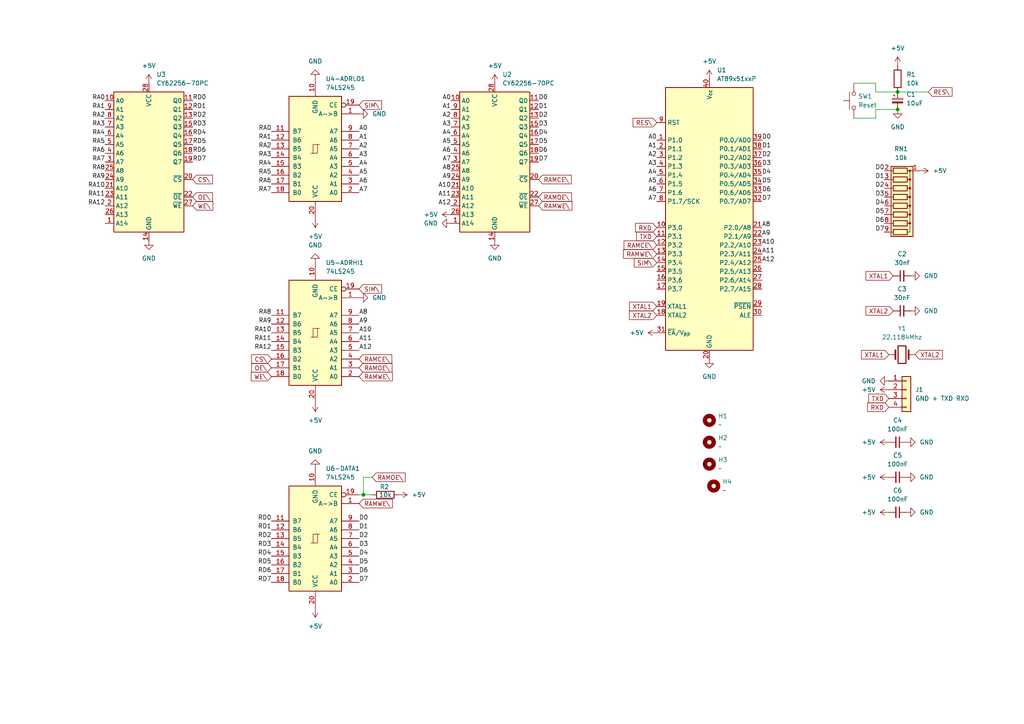
<source format=kicad_sch>
(kicad_sch (version 20231120) (generator "eeschema") (generator_version "8.0")
  (paper "A4")
  (lib_symbols
    (symbol "74xx:74LS245" (pin_names (offset 1.016))
      (property "Reference" "U" (at -7.62 16.51 0))
      (property "Value" "74LS245" (at -7.62 -16.51 0))
      (symbol "74LS245_1_0"
        (polyline (pts (xy -0.635 -1.27) (xy -0.635 1.27) (xy 0.635 1.27)))
        (polyline (pts (xy -1.27 -1.27) (xy 0.635 -1.27) (xy 0.635 1.27) (xy 1.27 1.27)))
        (pin input line (at -12.7 -10.16 0) (length 5.08) (name "A->B") (number "1"))
        (pin power_in line (at 0 -20.32 90) (length 5.08) (name "GND") (number "10"))
        (pin tri_state line (at 12.7 -5.08 180) (length 5.08) (name "B7") (number "11"))
        (pin tri_state line (at 12.7 -2.54 180) (length 5.08) (name "B6") (number "12"))
        (pin tri_state line (at 12.7 0 180) (length 5.08) (name "B5") (number "13"))
        (pin tri_state line (at 12.7 2.54 180) (length 5.08) (name "B4") (number "14"))
        (pin tri_state line (at 12.7 5.08 180) (length 5.08) (name "B3") (number "15"))
        (pin tri_state line (at 12.7 7.62 180) (length 5.08) (name "B2") (number "16"))
        (pin tri_state line (at 12.7 10.16 180) (length 5.08) (name "B1") (number "17"))
        (pin tri_state line (at 12.7 12.7 180) (length 5.08) (name "B0") (number "18"))
        (pin input inverted (at -12.7 -12.7 0) (length 5.08) (name "CE") (number "19"))
        (pin tri_state line (at -12.7 12.7 0) (length 5.08) (name "A0") (number "2"))
        (pin power_in line (at 0 20.32 270) (length 5.08) (name "VCC") (number "20"))
        (pin tri_state line (at -12.7 10.16 0) (length 5.08) (name "A1") (number "3"))
        (pin tri_state line (at -12.7 7.62 0) (length 5.08) (name "A2") (number "4"))
        (pin tri_state line (at -12.7 5.08 0) (length 5.08) (name "A3") (number "5"))
        (pin tri_state line (at -12.7 2.54 0) (length 5.08) (name "A4") (number "6"))
        (pin tri_state line (at -12.7 0 0) (length 5.08) (name "A5") (number "7"))
        (pin tri_state line (at -12.7 -2.54 0) (length 5.08) (name "A6") (number "8"))
        (pin tri_state line (at -12.7 -5.08 0) (length 5.08) (name "A7") (number "9"))
      )
      (symbol "74LS245_1_1"
        (rectangle (start -7.62 15.24) (end 7.62 -15.24) (stroke (width 0.254)) (fill (type background)))
      )
    )
    (symbol "Connector_Generic:Conn_01x04" (pin_names (offset 1.016) hide)
      (property "Reference" "J" (at 0 5.08 0))
      (property "Value" "Conn_01x04" (at 0 -7.62 0))
      (symbol "Conn_01x04_1_1"
        (rectangle (start -1.27 -4.953) (end 0 -5.207) (stroke (width 0.1524)))
        (rectangle (start -1.27 -2.413) (end 0 -2.667) (stroke (width 0.1524)))
        (rectangle (start -1.27 0.127) (end 0 -0.127) (stroke (width 0.1524)))
        (rectangle (start -1.27 2.667) (end 0 2.413) (stroke (width 0.1524)))
        (rectangle (start -1.27 3.81) (end 1.27 -6.35) (stroke (width 0.254)) (fill (type background)))
        (pin passive line (at -5.08 2.54 0) (length 3.81) (name "Pin_1") (number "1"))
        (pin passive line (at -5.08 0 0) (length 3.81) (name "Pin_2") (number "2"))
        (pin passive line (at -5.08 -2.54 0) (length 3.81) (name "Pin_3") (number "3"))
        (pin passive line (at -5.08 -5.08 0) (length 3.81) (name "Pin_4") (number "4"))
      )
    )
    (symbol "Device:C_Polarized_Small" (pin_numbers hide) (pin_names (offset 0.254) hide)
      (property "Reference" "C" (at 0.254 1.778 0))
      (property "Value" "C_Polarized_Small" (at 0.254 -2.032 0))
      (symbol "C_Polarized_Small_0_1"
        (rectangle (start -1.524 -0.3048) (end 1.524 -0.6858) (fill (type outline)))
        (rectangle (start -1.524 0.6858) (end 1.524 0.3048))
        (polyline (pts (xy -1.27 1.524) (xy -0.762 1.524)))
        (polyline (pts (xy -1.016 1.27) (xy -1.016 1.778)))
      )
      (symbol "C_Polarized_Small_1_1"
        (pin passive line (at 0 2.54 270) (length 1.8542) (name "~") (number "1"))
        (pin passive line (at 0 -2.54 90) (length 1.8542) (name "~") (number "2"))
      )
    )
    (symbol "Device:C_Small" (pin_numbers hide) (pin_names (offset 0.254) hide)
      (property "Reference" "C" (at 0.254 1.778 0))
      (property "Value" "C_Small" (at 0.254 -2.032 0))
      (symbol "C_Small_0_1"
        (polyline (pts (xy -1.524 -0.508) (xy 1.524 -0.508)) (stroke (width 0.3302)))
        (polyline (pts (xy -1.524 0.508) (xy 1.524 0.508)) (stroke (width 0.3048)))
      )
      (symbol "C_Small_1_1"
        (pin passive line (at 0 2.54 270) (length 2.032) (name "~") (number "1"))
        (pin passive line (at 0 -2.54 90) (length 2.032) (name "~") (number "2"))
      )
    )
    (symbol "Device:Crystal" (pin_numbers hide) (pin_names (offset 1.016) hide)
      (property "Reference" "Y" (at 0 3.81 0))
      (property "Value" "Crystal" (at 0 -3.81 0))
      (symbol "Crystal_0_1"
        (rectangle (start -1.143 2.54) (end 1.143 -2.54) (stroke (width 0.3048)))
        (polyline (pts (xy -2.54 0) (xy -1.905 0)))
        (polyline (pts (xy -1.905 -1.27) (xy -1.905 1.27)) (stroke (width 0.508)))
        (polyline (pts (xy 1.905 -1.27) (xy 1.905 1.27)) (stroke (width 0.508)))
        (polyline (pts (xy 2.54 0) (xy 1.905 0)))
      )
      (symbol "Crystal_1_1"
        (pin passive line (at -3.81 0 0) (length 1.27) (name "1") (number "1"))
        (pin passive line (at 3.81 0 180) (length 1.27) (name "2") (number "2"))
      )
    )
    (symbol "Device:R" (pin_numbers hide) (pin_names (offset 0))
      (property "Reference" "R" (at 2.032 0 90))
      (property "Value" "R" (at 0 0 90))
      (symbol "R_0_1"
        (rectangle (start -1.016 -2.54) (end 1.016 2.54) (stroke (width 0.254)))
      )
      (symbol "R_1_1"
        (pin passive line (at 0 3.81 270) (length 1.27) (name "~") (number "1"))
        (pin passive line (at 0 -3.81 90) (length 1.27) (name "~") (number "2"))
      )
    )
    (symbol "Device:R_Network08" (pin_names (offset 0) hide)
      (property "Reference" "RN" (at -12.7 0 90))
      (property "Value" "R_Network08" (at 10.16 0 90))
      (symbol "R_Network08_0_1"
        (rectangle (start -11.43 -3.175) (end 8.89 3.175) (stroke (width 0.254)) (fill (type background)))
        (rectangle (start -10.922 1.524) (end -9.398 -2.54) (stroke (width 0.254)))
        (circle (center -10.16 2.286) (radius 0.254) (fill (type outline)))
        (rectangle (start -8.382 1.524) (end -6.858 -2.54) (stroke (width 0.254)))
        (circle (center -7.62 2.286) (radius 0.254) (fill (type outline)))
        (rectangle (start -5.842 1.524) (end -4.318 -2.54) (stroke (width 0.254)))
        (circle (center -5.08 2.286) (radius 0.254) (fill (type outline)))
        (rectangle (start -3.302 1.524) (end -1.778 -2.54) (stroke (width 0.254)))
        (circle (center -2.54 2.286) (radius 0.254) (fill (type outline)))
        (rectangle (start -0.762 1.524) (end 0.762 -2.54) (stroke (width 0.254)))
        (polyline (pts (xy -10.16 -2.54) (xy -10.16 -3.81)))
        (polyline (pts (xy -7.62 -2.54) (xy -7.62 -3.81)))
        (polyline (pts (xy -5.08 -2.54) (xy -5.08 -3.81)))
        (polyline (pts (xy -2.54 -2.54) (xy -2.54 -3.81)))
        (polyline (pts (xy 0 -2.54) (xy 0 -3.81)))
        (polyline (pts (xy 2.54 -2.54) (xy 2.54 -3.81)))
        (polyline (pts (xy 5.08 -2.54) (xy 5.08 -3.81)))
        (polyline (pts (xy 7.62 -2.54) (xy 7.62 -3.81)))
        (polyline (pts (xy -10.16 1.524) (xy -10.16 2.286) (xy -7.62 2.286) (xy -7.62 1.524)))
        (polyline (pts (xy -7.62 1.524) (xy -7.62 2.286) (xy -5.08 2.286) (xy -5.08 1.524)))
        (polyline (pts (xy -5.08 1.524) (xy -5.08 2.286) (xy -2.54 2.286) (xy -2.54 1.524)))
        (polyline (pts (xy -2.54 1.524) (xy -2.54 2.286) (xy 0 2.286) (xy 0 1.524)))
        (polyline (pts (xy 0 1.524) (xy 0 2.286) (xy 2.54 2.286) (xy 2.54 1.524)))
        (polyline (pts (xy 2.54 1.524) (xy 2.54 2.286) (xy 5.08 2.286) (xy 5.08 1.524)))
        (polyline (pts (xy 5.08 1.524) (xy 5.08 2.286) (xy 7.62 2.286) (xy 7.62 1.524)))
        (circle (center 0 2.286) (radius 0.254) (fill (type outline)))
        (rectangle (start 1.778 1.524) (end 3.302 -2.54) (stroke (width 0.254)))
        (circle (center 2.54 2.286) (radius 0.254) (fill (type outline)))
        (rectangle (start 4.318 1.524) (end 5.842 -2.54) (stroke (width 0.254)))
        (circle (center 5.08 2.286) (radius 0.254) (fill (type outline)))
        (rectangle (start 6.858 1.524) (end 8.382 -2.54) (stroke (width 0.254)))
      )
      (symbol "R_Network08_1_1"
        (pin passive line (at -10.16 5.08 270) (length 2.54) (name "common") (number "1"))
        (pin passive line (at -10.16 -5.08 90) (length 1.27) (name "R1") (number "2"))
        (pin passive line (at -7.62 -5.08 90) (length 1.27) (name "R2") (number "3"))
        (pin passive line (at -5.08 -5.08 90) (length 1.27) (name "R3") (number "4"))
        (pin passive line (at -2.54 -5.08 90) (length 1.27) (name "R4") (number "5"))
        (pin passive line (at 0 -5.08 90) (length 1.27) (name "R5") (number "6"))
        (pin passive line (at 2.54 -5.08 90) (length 1.27) (name "R6") (number "7"))
        (pin passive line (at 5.08 -5.08 90) (length 1.27) (name "R7") (number "8"))
        (pin passive line (at 7.62 -5.08 90) (length 1.27) (name "R8") (number "9"))
      )
    )
    (symbol "MCU_Microchip_8051:AT89x51xxP"
      (property "Reference" "U" (at 0 0 0))
      (property "Value" "AT89x51xxP" (at 0 0 0))
      (symbol "AT89x51xxP_1_0"
        (pin bidirectional line (at -15.24 17.78 0) (length 2.54) (name "P1.2") (number "3"))
      )
      (symbol "AT89x51xxP_1_1"
        (polyline (pts (xy -12.7 38.1) (xy 12.7 38.1) (xy 12.7 -38.1) (xy -12.7 -38.1) (xy -12.7 38.1)) (stroke (width 0.254)) (fill (type background)))
        (pin bidirectional line (at -15.24 22.86 0) (length 2.54) (name "P1.0") (number "1"))
        (pin bidirectional line (at -15.24 -2.54 0) (length 2.54) (name "P3.0") (number "10"))
        (pin bidirectional line (at -15.24 -5.08 0) (length 2.54) (name "P3.1") (number "11"))
        (pin bidirectional line (at -15.24 -7.62 0) (length 2.54) (name "P3.2") (number "12"))
        (pin bidirectional line (at -15.24 -10.16 0) (length 2.54) (name "P3.3") (number "13"))
        (pin bidirectional line (at -15.24 -12.7 0) (length 2.54) (name "P3.4") (number "14"))
        (pin bidirectional line (at -15.24 -15.24 0) (length 2.54) (name "P3.5") (number "15"))
        (pin bidirectional line (at -15.24 -17.78 0) (length 2.54) (name "P3.6") (number "16"))
        (pin bidirectional line (at -15.24 -20.32 0) (length 2.54) (name "P3.7") (number "17"))
        (pin input line (at -15.24 -27.94 0) (length 2.54) (name "XTAL2") (number "18"))
        (pin input line (at -15.24 -25.4 0) (length 2.54) (name "XTAL1") (number "19"))
        (pin bidirectional line (at -15.24 20.32 0) (length 2.54) (name "P1.1") (number "2"))
        (pin power_in line (at 0 -40.64 90) (length 2.54) (name "GND") (number "20"))
        (pin bidirectional line (at 15.24 -2.54 180) (length 2.54) (name "P2.0/A8") (number "21"))
        (pin bidirectional line (at 15.24 -5.08 180) (length 2.54) (name "P2.1/A9") (number "22"))
        (pin bidirectional line (at 15.24 -7.62 180) (length 2.54) (name "P2.2/A10") (number "23"))
        (pin bidirectional line (at 15.24 -10.16 180) (length 2.54) (name "P2.3/A11") (number "24"))
        (pin bidirectional line (at 15.24 -12.7 180) (length 2.54) (name "P2.4/A12") (number "25"))
        (pin bidirectional line (at 15.24 -15.24 180) (length 2.54) (name "P2.5/A13") (number "26"))
        (pin bidirectional line (at 15.24 -17.78 180) (length 2.54) (name "P2.6/A14") (number "27"))
        (pin bidirectional line (at 15.24 -20.32 180) (length 2.54) (name "P2.7/A15") (number "28"))
        (pin output line (at 15.24 -25.4 180) (length 2.54) (name "~{PSEN}") (number "29"))
        (pin output line (at 15.24 -27.94 180) (length 2.54) (name "ALE") (number "30"))
        (pin input line (at -15.24 -33.02 0) (length 2.54) (name "~{EA}/V_{pp}") (number "31"))
        (pin bidirectional line (at 15.24 5.08 180) (length 2.54) (name "P0.7/AD7") (number "32"))
        (pin bidirectional line (at 15.24 7.62 180) (length 2.54) (name "P0.6/AD6") (number "33"))
        (pin bidirectional line (at 15.24 10.16 180) (length 2.54) (name "P0.5/AD5") (number "34"))
        (pin bidirectional line (at 15.24 12.7 180) (length 2.54) (name "P0.4/AD4") (number "35"))
        (pin bidirectional line (at 15.24 15.24 180) (length 2.54) (name "P0.3/AD3") (number "36"))
        (pin bidirectional line (at 15.24 17.78 180) (length 2.54) (name "P0.2/AD2") (number "37"))
        (pin bidirectional line (at 15.24 20.32 180) (length 2.54) (name "P0.1/AD1") (number "38"))
        (pin bidirectional line (at 15.24 22.86 180) (length 2.54) (name "P0.0/AD0") (number "39"))
        (pin bidirectional line (at -15.24 15.24 0) (length 2.54) (name "P1.3") (number "4"))
        (pin power_in line (at 0 40.64 270) (length 2.54) (name "V_{cc}") (number "40"))
        (pin bidirectional line (at -15.24 12.7 0) (length 2.54) (name "P1.4") (number "5"))
        (pin bidirectional line (at -15.24 10.16 0) (length 2.54) (name "P1.5") (number "6"))
        (pin bidirectional line (at -15.24 7.62 0) (length 2.54) (name "P1.6") (number "7"))
        (pin bidirectional line (at -15.24 5.08 0) (length 2.54) (name "P1.7/SCK") (number "8"))
        (pin input line (at -15.24 27.94 0) (length 2.54) (name "RST") (number "9"))
      )
    )
    (symbol "Mechanical:MountingHole" (pin_names (offset 1.016)) (exclude_from_sim yes) (in_bom no)
      (property "Reference" "H" (at 0 5.08 0))
      (property "Value" "MountingHole" (at 0 3.175 0))
      (symbol "MountingHole_0_1"
        (circle (center 0 0) (radius 1.27) (stroke (width 1.27)))
      )
    )
    (symbol "Memory_RAM:CY62256-70PC"
      (property "Reference" "U" (at -10.16 20.955 0))
      (property "Value" "CY62256-70PC" (at 2.54 20.955 0))
      (symbol "CY62256-70PC_0_0"
        (pin power_in line (at 0 -22.86 90) (length 2.54) (name "GND") (number "14"))
        (pin power_in line (at 0 22.86 270) (length 2.54) (name "VCC") (number "28"))
      )
      (symbol "CY62256-70PC_0_1"
        (rectangle (start -10.16 20.32) (end 10.16 -20.32) (stroke (width 0.254)) (fill (type background)))
      )
      (symbol "CY62256-70PC_1_1"
        (pin input line (at -12.7 -17.78 0) (length 2.54) (name "A14") (number "1"))
        (pin input line (at -12.7 17.78 0) (length 2.54) (name "A0") (number "10"))
        (pin tri_state line (at 12.7 17.78 180) (length 2.54) (name "Q0") (number "11"))
        (pin tri_state line (at 12.7 15.24 180) (length 2.54) (name "Q1") (number "12"))
        (pin tri_state line (at 12.7 12.7 180) (length 2.54) (name "Q2") (number "13"))
        (pin tri_state line (at 12.7 10.16 180) (length 2.54) (name "Q3") (number "15"))
        (pin tri_state line (at 12.7 7.62 180) (length 2.54) (name "Q4") (number "16"))
        (pin tri_state line (at 12.7 5.08 180) (length 2.54) (name "Q5") (number "17"))
        (pin tri_state line (at 12.7 2.54 180) (length 2.54) (name "Q6") (number "18"))
        (pin tri_state line (at 12.7 0 180) (length 2.54) (name "Q7") (number "19"))
        (pin input line (at -12.7 -12.7 0) (length 2.54) (name "A12") (number "2"))
        (pin input line (at 12.7 -5.08 180) (length 2.54) (name "~{CS}") (number "20"))
        (pin input line (at -12.7 -7.62 0) (length 2.54) (name "A10") (number "21"))
        (pin input line (at 12.7 -10.16 180) (length 2.54) (name "~{OE}") (number "22"))
        (pin input line (at -12.7 -10.16 0) (length 2.54) (name "A11") (number "23"))
        (pin input line (at -12.7 -5.08 0) (length 2.54) (name "A9") (number "24"))
        (pin input line (at -12.7 -2.54 0) (length 2.54) (name "A8") (number "25"))
        (pin input line (at -12.7 -15.24 0) (length 2.54) (name "A13") (number "26"))
        (pin input line (at 12.7 -12.7 180) (length 2.54) (name "~{WE}") (number "27"))
        (pin input line (at -12.7 0 0) (length 2.54) (name "A7") (number "3"))
        (pin input line (at -12.7 2.54 0) (length 2.54) (name "A6") (number "4"))
        (pin input line (at -12.7 5.08 0) (length 2.54) (name "A5") (number "5"))
        (pin input line (at -12.7 7.62 0) (length 2.54) (name "A4") (number "6"))
        (pin input line (at -12.7 10.16 0) (length 2.54) (name "A3") (number "7"))
        (pin input line (at -12.7 12.7 0) (length 2.54) (name "A2") (number "8"))
        (pin input line (at -12.7 15.24 0) (length 2.54) (name "A1") (number "9"))
      )
    )
    (symbol "Switch:SW_Push" (pin_numbers hide) (pin_names (offset 1.016) hide)
      (property "Reference" "SW" (at 1.27 2.54 0))
      (property "Value" "SW_Push" (at 0 -1.524 0))
      (symbol "SW_Push_0_1"
        (circle (center -2.032 0) (radius 0.508))
        (polyline (pts (xy 0 1.27) (xy 0 3.048)))
        (polyline (pts (xy 2.54 1.27) (xy -2.54 1.27)))
        (circle (center 2.032 0) (radius 0.508))
        (pin passive line (at -5.08 0 0) (length 2.54) (name "1") (number "1"))
        (pin passive line (at 5.08 0 180) (length 2.54) (name "2") (number "2"))
      )
    )
    (symbol "power:+5V" (power) (pin_numbers hide) (pin_names (offset 0) hide)
      (property "Value" "+5V" (at 0 3.556 0))
      (symbol "+5V_0_1"
        (polyline (pts (xy -0.762 1.27) (xy 0 2.54)))
        (polyline (pts (xy 0 0) (xy 0 2.54)))
        (polyline (pts (xy 0 2.54) (xy 0.762 1.27)))
      )
      (symbol "+5V_1_1"
        (pin power_in line (at 0 0 90) (length 0) (name "~") (number "1"))
      )
    )
    (symbol "power:GND" (power) (pin_numbers hide) (pin_names (offset 0) hide)
      (property "Value" "GND" (at 0 -3.81 0))
      (symbol "GND_0_1"
        (polyline (pts (xy 0 0) (xy 0 -1.27) (xy 1.27 -1.27) (xy 0 -2.54) (xy -1.27 -1.27) (xy 0 -1.27)))
      )
      (symbol "GND_1_1"
        (pin power_in line (at 0 0 270) (length 0) (name "~") (number "1"))
      )
    )
  )
  (junction (at 260.35 31.75))
  (junction (at 260.35 26.67))
  (junction (at 105.41 143.51))
  (wire (pts (xy 254 34.29) (xy 247.65 34.29)))
  (wire (pts (xy 260.35 26.67) (xy 269.24 26.67)))
  (wire (pts (xy 105.41 138.43) (xy 107.95 138.43)))
  (wire (pts (xy 260.35 31.75) (xy 254 31.75)))
  (wire (pts (xy 260.35 26.67) (xy 254 26.67)))
  (wire (pts (xy 105.41 143.51) (xy 107.95 143.51)))
  (wire (pts (xy 254 31.75) (xy 254 34.29)))
  (wire (pts (xy 105.41 143.51) (xy 105.41 138.43)))
  (wire (pts (xy 104.14 143.51) (xy 105.41 143.51)))
  (wire (pts (xy 254 26.67) (xy 254 24.13)))
  (wire (pts (xy 254 24.13) (xy 247.65 24.13)))
  (label "A10" (at 104.14 96.52 0))
  (label "D0" (at 220.98 40.64 0))
  (label "D1" (at 104.14 153.67 0))
  (label "RA6" (at 78.74 53.34 180))
  (label "A9" (at 104.14 93.98 0))
  (label "RA3" (at 78.74 45.72 180))
  (label "A7" (at 130.81 46.99 180))
  (label "RA5" (at 78.74 50.8 180))
  (label "A9" (at 220.98 68.58 0))
  (label "A11" (at 104.14 99.06 0))
  (label "RA9" (at 78.74 93.98 180))
  (label "A11" (at 130.81 57.15 180))
  (label "D2" (at 256.54 54.61 180))
  (label "RA2" (at 30.48 34.29 180))
  (label "A8" (at 104.14 91.44 0))
  (label "A4" (at 130.81 39.37 180))
  (label "A8" (at 130.81 49.53 180))
  (label "A3" (at 190.5 48.26 180))
  (label "RA12" (at 78.74 101.6 180))
  (label "RA7" (at 30.48 46.99 180))
  (label "D4" (at 220.98 50.8 0))
  (label "A8" (at 220.98 66.04 0))
  (label "RA4" (at 78.74 48.26 180))
  (label "A5" (at 130.81 41.91 180))
  (label "RA1" (at 30.48 31.75 180))
  (label "A4" (at 104.14 48.26 0))
  (label "RA10" (at 30.48 54.61 180))
  (label "D5" (at 104.14 163.83 0))
  (label "RA9" (at 30.48 52.07 180))
  (label "D3" (at 256.54 57.15 180))
  (label "D0" (at 156.21 29.21 0))
  (label "RD4" (at 78.74 161.29 180))
  (label "A5" (at 190.5 53.34 180))
  (label "RD7" (at 78.74 168.91 180))
  (label "RA2" (at 78.74 43.18 180))
  (label "RA0" (at 78.74 38.1 180))
  (label "A3" (at 130.81 36.83 180))
  (label "RA4" (at 30.48 39.37 180))
  (label "RD1" (at 55.88 31.75 0))
  (label "RA6" (at 30.48 44.45 180))
  (label "A7" (at 104.14 55.88 0))
  (label "D6" (at 256.54 64.77 180))
  (label "D7" (at 156.21 46.99 0))
  (label "D3" (at 220.98 48.26 0))
  (label "RD4" (at 55.88 39.37 0))
  (label "RA11" (at 78.74 99.06 180))
  (label "D7" (at 104.14 168.91 0))
  (label "A10" (at 220.98 71.12 0))
  (label "RA12" (at 30.48 59.69 180))
  (label "A3" (at 104.14 45.72 0))
  (label "RD1" (at 78.74 153.67 180))
  (label "D2" (at 104.14 156.21 0))
  (label "RD2" (at 55.88 34.29 0))
  (label "RD6" (at 78.74 166.37 180))
  (label "D4" (at 256.54 59.69 180))
  (label "A2" (at 190.5 45.72 180))
  (label "D0" (at 256.54 49.53 180))
  (label "D6" (at 220.98 55.88 0))
  (label "RD5" (at 55.88 41.91 0))
  (label "RD0" (at 78.74 151.13 180))
  (label "A12" (at 220.98 76.2 0))
  (label "RD0" (at 55.88 29.21 0))
  (label "D4" (at 104.14 161.29 0))
  (label "D3" (at 156.21 36.83 0))
  (label "D2" (at 156.21 34.29 0))
  (label "D3" (at 104.14 158.75 0))
  (label "A0" (at 190.5 40.64 180))
  (label "RD3" (at 78.74 158.75 180))
  (label "A2" (at 104.14 43.18 0))
  (label "A1" (at 130.81 31.75 180))
  (label "A6" (at 130.81 44.45 180))
  (label "D5" (at 220.98 53.34 0))
  (label "A12" (at 104.14 101.6 0))
  (label "A12" (at 130.81 59.69 180))
  (label "RA7" (at 78.74 55.88 180))
  (label "D2" (at 220.98 45.72 0))
  (label "D1" (at 256.54 52.07 180))
  (label "A5" (at 104.14 50.8 0))
  (label "A2" (at 130.81 34.29 180))
  (label "D0" (at 104.14 151.13 0))
  (label "A7" (at 190.5 58.42 180))
  (label "RA10" (at 78.74 96.52 180))
  (label "RA0" (at 30.48 29.21 180))
  (label "D1" (at 156.21 31.75 0))
  (label "A1" (at 190.5 43.18 180))
  (label "RA1" (at 78.74 40.64 180))
  (label "D5" (at 156.21 41.91 0))
  (label "A9" (at 130.81 52.07 180))
  (label "D5" (at 256.54 62.23 180))
  (label "RD7" (at 55.88 46.99 0))
  (label "A11" (at 220.98 73.66 0))
  (label "RA3" (at 30.48 36.83 180))
  (label "D4" (at 156.21 39.37 0))
  (label "RA8" (at 30.48 49.53 180))
  (label "A6" (at 190.5 55.88 180))
  (label "A0" (at 130.81 29.21 180))
  (label "RA11" (at 30.48 57.15 180))
  (label "RD3" (at 55.88 36.83 0))
  (label "D1" (at 220.98 43.18 0))
  (label "RD6" (at 55.88 44.45 0))
  (label "A1" (at 104.14 40.64 0))
  (label "D6" (at 156.21 44.45 0))
  (label "D7" (at 220.98 58.42 0))
  (label "D7" (at 256.54 67.31 180))
  (label "A4" (at 190.5 50.8 180))
  (label "A10" (at 130.81 54.61 180))
  (label "A6" (at 104.14 53.34 0))
  (label "A0" (at 104.14 38.1 0))
  (label "D6" (at 104.14 166.37 0))
  (label "RD2" (at 78.74 156.21 180))
  (label "RA5" (at 30.48 41.91 180))
  (label "RD5" (at 78.74 163.83 180))
  (label "RA8" (at 78.74 91.44 180))
  (global_label "OE\\" (shape input) (at 55.88 57.15 0) (property "Intersheetrefs" "${INTERSHEET_REFS}" (effects (hide yes))))
  (global_label "XTAL2" (shape input) (at 190.5 91.44 180) (property "Intersheetrefs" "${INTERSHEET_REFS}" (effects (hide yes))))
  (global_label "RAMWE\\" (shape input) (at 104.14 146.05 0) (property "Intersheetrefs" "${INTERSHEET_REFS}" (effects (hide yes))))
  (global_label "RXD" (shape input) (at 257.81 118.11 180) (property "Intersheetrefs" "${INTERSHEET_REFS}" (effects (hide yes))))
  (global_label "SIM\\" (shape input) (at 104.14 30.48 0) (property "Intersheetrefs" "${INTERSHEET_REFS}" (effects (hide yes))))
  (global_label "CS\\" (shape input) (at 78.74 104.14 180) (property "Intersheetrefs" "${INTERSHEET_REFS}" (effects (hide yes))))
  (global_label "XTAL1" (shape input) (at 190.5 88.9 180) (property "Intersheetrefs" "${INTERSHEET_REFS}" (effects (hide yes))))
  (global_label "OE\\" (shape input) (at 78.74 106.68 180) (property "Intersheetrefs" "${INTERSHEET_REFS}" (effects (hide yes))))
  (global_label "RES\\" (shape input) (at 269.24 26.67 0) (property "Intersheetrefs" "${INTERSHEET_REFS}" (effects (hide yes))))
  (global_label "TXD" (shape input) (at 190.5 68.58 180) (property "Intersheetrefs" "${INTERSHEET_REFS}" (effects (hide yes))))
  (global_label "RAMCE\\" (shape input) (at 156.21 52.07 0) (property "Intersheetrefs" "${INTERSHEET_REFS}" (effects (hide yes))))
  (global_label "TXD" (shape input) (at 257.81 115.57 180) (property "Intersheetrefs" "${INTERSHEET_REFS}" (effects (hide yes))))
  (global_label "SIM\\" (shape input) (at 190.5 76.2 180) (property "Intersheetrefs" "${INTERSHEET_REFS}" (effects (hide yes))))
  (global_label "XTAL2" (shape input) (at 265.43 102.87 0) (property "Intersheetrefs" "${INTERSHEET_REFS}" (effects (hide yes))))
  (global_label "RAMWE\\" (shape input) (at 190.5 73.66 180) (property "Intersheetrefs" "${INTERSHEET_REFS}" (effects (hide yes))))
  (global_label "RAMWE\\" (shape input) (at 156.21 59.69 0) (property "Intersheetrefs" "${INTERSHEET_REFS}" (effects (hide yes))))
  (global_label "XTAL2" (shape input) (at 259.08 90.17 180) (property "Intersheetrefs" "${INTERSHEET_REFS}" (effects (hide yes))))
  (global_label "XTAL1" (shape input) (at 259.08 80.01 180) (property "Intersheetrefs" "${INTERSHEET_REFS}" (effects (hide yes))))
  (global_label "XTAL1" (shape input) (at 257.81 102.87 180) (property "Intersheetrefs" "${INTERSHEET_REFS}" (effects (hide yes))))
  (global_label "RAMOE\\" (shape input) (at 156.21 57.15 0) (property "Intersheetrefs" "${INTERSHEET_REFS}" (effects (hide yes))))
  (global_label "RES\\" (shape input) (at 190.5 35.56 180) (property "Intersheetrefs" "${INTERSHEET_REFS}" (effects (hide yes))))
  (global_label "WE\\" (shape input) (at 55.88 59.69 0) (property "Intersheetrefs" "${INTERSHEET_REFS}" (effects (hide yes))))
  (global_label "RXD" (shape input) (at 190.5 66.04 180) (property "Intersheetrefs" "${INTERSHEET_REFS}" (effects (hide yes))))
  (global_label "WE\\" (shape input) (at 78.74 109.22 180) (property "Intersheetrefs" "${INTERSHEET_REFS}" (effects (hide yes))))
  (global_label "RAMOE\\" (shape input) (at 104.14 106.68 0) (property "Intersheetrefs" "${INTERSHEET_REFS}" (effects (hide yes))))
  (global_label "RAMOE\\" (shape input) (at 107.95 138.43 0) (property "Intersheetrefs" "${INTERSHEET_REFS}" (effects (hide yes))))
  (global_label "RAMWE\\" (shape input) (at 104.14 109.22 0) (property "Intersheetrefs" "${INTERSHEET_REFS}" (effects (hide yes))))
  (global_label "CS\\" (shape input) (at 55.88 52.07 0) (property "Intersheetrefs" "${INTERSHEET_REFS}" (effects (hide yes))))
  (global_label "RAMCE\\" (shape input) (at 190.5 71.12 180) (property "Intersheetrefs" "${INTERSHEET_REFS}" (effects (hide yes))))
  (global_label "SIM\\" (shape input) (at 104.14 83.82 0) (property "Intersheetrefs" "${INTERSHEET_REFS}" (effects (hide yes))))
  (global_label "RAMCE\\" (shape input) (at 104.14 104.14 0) (property "Intersheetrefs" "${INTERSHEET_REFS}" (effects (hide yes))))
  (symbol (lib_id "power:GND") (at 91.44 22.86 180) (unit 1)
    (property "Reference" "#PWR020" (effects (hide yes)))
    (property "Value" "GND" (at 91.44 17.78 0))
    (property "Description" "Power symbol creates a global label with name \"GND\" , ground" (effects (hide yes)))
  )
  (symbol (lib_id "power:+5V") (at 266.7 49.53 270) (unit 1)
    (property "Reference" "#PWR04" (effects (hide yes)))
    (property "Value" "+5V" (at 270.51 49.5299 90) (effects (justify left)))
    (property "Description" "Power symbol creates a global label with name \"+5V\"" (effects (hide yes)))
  )
  (symbol (lib_id "Device:C_Small") (at 260.35 128.27 270) (unit 1)
    (property "Reference" "C4" (at 260.3436 121.92 90))
    (property "Value" "100nF" (at 260.3436 124.46 90))
    (property "Footprint" "Capacitor_THT:C_Disc_D5.0mm_W2.5mm_P5.00mm" (effects (hide yes)))
    (property "Description" "Unpolarized capacitor, small symbol" (effects (hide yes)))
  )
  (symbol (lib_id "Mechanical:MountingHole") (at 205.74 128.27 0) (unit 1) (exclude_from_sim yes) (in_bom no)
    (property "Reference" "H2" (at 208.28 126.9999 0) (effects (justify left)))
    (property "Value" "~" (at 208.28 129.5399 0) (effects (justify left)))
    (property "Footprint" "MountingHole:MountingHole_5.3mm_M5_DIN965" (effects (hide yes)))
    (property "Description" "Mounting Hole without connection" (effects (hide yes)))
  )
  (symbol (lib_id "Device:C_Polarized_Small") (at 260.35 29.21 0) (unit 1)
    (property "Reference" "C1" (at 262.89 27.3938 0) (effects (justify left)))
    (property "Value" "10uF" (at 262.89 29.9338 0) (effects (justify left)))
    (property "Footprint" "Capacitor_THT:CP_Radial_D5.0mm_P2.50mm" (effects (hide yes)))
    (property "Description" "Polarized capacitor, small symbol" (effects (hide yes)))
  )
  (symbol (lib_id "74xx:74LS245") (at 91.44 43.18 180) (unit 1)
    (property "Reference" "U4-ADRLO1" (at 94.4565 22.86 0) (effects (justify right)))
    (property "Value" "74LS245" (at 94.4565 25.4 0) (effects (justify right)))
    (property "Footprint" "Package_DIP:DIP-20_W7.62mm_LongPads" (effects (hide yes)))
    (property "Datasheet" "http://www.ti.com/lit/gpn/sn74LS245" (effects (hide yes)))
    (property "Description" "Octal BUS Transceivers, 3-State outputs" (effects (hide yes)))
  )
  (symbol (lib_id "power:GND") (at 91.44 76.2 180) (unit 1)
    (property "Reference" "#PWR021" (effects (hide yes)))
    (property "Value" "GND" (at 91.44 71.12 0))
    (property "Description" "Power symbol creates a global label with name \"GND\" , ground" (effects (hide yes)))
  )
  (symbol (lib_id "74xx:74LS245") (at 91.44 156.21 180) (unit 1)
    (property "Reference" "U6-DATA1" (at 94.4565 135.89 0) (effects (justify right)))
    (property "Value" "74LS245" (at 94.4565 138.43 0) (effects (justify right)))
    (property "Footprint" "Package_DIP:DIP-20_W7.62mm_LongPads" (effects (hide yes)))
    (property "Datasheet" "http://www.ti.com/lit/gpn/sn74LS245" (effects (hide yes)))
    (property "Description" "Octal BUS Transceivers, 3-State outputs" (effects (hide yes)))
  )
  (symbol (lib_id "power:+5V") (at 115.57 143.51 270) (unit 1)
    (property "Reference" "#PWR017" (effects (hide yes)))
    (property "Value" "+5V" (at 119.38 143.5099 90) (effects (justify left)))
    (property "Description" "Power symbol creates a global label with name \"+5V\"" (effects (hide yes)))
  )
  (symbol (lib_id "power:+5V") (at 143.51 24.13 0) (unit 1)
    (property "Reference" "#PWR011" (effects (hide yes)))
    (property "Value" "+5V" (at 143.51 19.05 0))
    (property "Description" "Power symbol creates a global label with name \"+5V\"" (effects (hide yes)))
  )
  (symbol (lib_id "power:+5V") (at 91.44 176.53 180) (unit 1)
    (property "Reference" "#PWR023" (effects (hide yes)))
    (property "Value" "+5V" (at 91.44 181.61 0))
    (property "Description" "Power symbol creates a global label with name \"+5V\"" (effects (hide yes)))
  )
  (symbol (lib_id "power:+5V") (at 260.35 19.05 0) (unit 1)
    (property "Reference" "#PWR06" (effects (hide yes)))
    (property "Value" "+5V" (at 260.35 13.97 0))
    (property "Description" "Power symbol creates a global label with name \"+5V\"" (effects (hide yes)))
  )
  (symbol (lib_id "power:+5V") (at 205.74 22.86 0) (unit 1)
    (property "Reference" "#PWR02" (effects (hide yes)))
    (property "Value" "+5V" (at 205.74 17.78 0))
    (property "Description" "Power symbol creates a global label with name \"+5V\"" (effects (hide yes)))
  )
  (symbol (lib_id "power:GND") (at 104.14 33.02 90) (unit 1)
    (property "Reference" "#PWR024" (effects (hide yes)))
    (property "Value" "GND" (at 107.95 33.0199 90) (effects (justify right)))
    (property "Description" "Power symbol creates a global label with name \"GND\" , ground" (effects (hide yes)))
  )
  (symbol (lib_id "power:+5V") (at 190.5 96.52 90) (unit 1)
    (property "Reference" "#PWR03" (effects (hide yes)))
    (property "Value" "+5V" (at 186.69 96.5199 90) (effects (justify left)))
    (property "Description" "Power symbol creates a global label with name \"+5V\"" (effects (hide yes)))
  )
  (symbol (lib_id "power:+5V") (at 257.81 128.27 90) (unit 1)
    (property "Reference" "#PWR026" (effects (hide yes)))
    (property "Value" "+5V" (at 254 128.2699 90) (effects (justify left)))
    (property "Description" "Power symbol creates a global label with name \"+5V\"" (effects (hide yes)))
  )
  (symbol (lib_id "Switch:SW_Push") (at 247.65 29.21 90) (unit 1)
    (property "Reference" "SW1" (at 248.92 27.9399 90) (effects (justify right)))
    (property "Value" "Reset" (at 248.92 30.4799 90) (effects (justify right)))
    (property "Footprint" "Button_Switch_THT:SW_PUSH_6mm" (effects (hide yes)))
    (property "Description" "Push button switch, generic, two pins" (effects (hide yes)))
  )
  (symbol (lib_id "power:GND") (at 104.14 86.36 90) (unit 1)
    (property "Reference" "#PWR025" (effects (hide yes)))
    (property "Value" "GND" (at 107.95 86.3599 90) (effects (justify right)))
    (property "Description" "Power symbol creates a global label with name \"GND\" , ground" (effects (hide yes)))
  )
  (symbol (lib_id "power:+5V") (at 43.18 24.13 0) (unit 1)
    (property "Reference" "#PWR016" (effects (hide yes)))
    (property "Value" "+5V" (at 43.18 19.05 0))
    (property "Description" "Power symbol creates a global label with name \"+5V\"" (effects (hide yes)))
  )
  (symbol (lib_id "Device:R_Network08") (at 261.62 59.69 270) (unit 1)
    (property "Reference" "RN1" (at 261.366 43.18 90))
    (property "Value" "10k" (at 261.366 45.72 90))
    (property "Footprint" "Resistor_THT:R_Array_SIP9" (effects (hide yes)))
    (property "Datasheet" "http://www.vishay.com/docs/31509/csc.pdf" (effects (hide yes)))
    (property "Description" "8 resistor network, star topology, bussed resistors, small symbol" (effects (hide yes)))
  )
  (symbol (lib_id "Mechanical:MountingHole") (at 205.74 121.92 0) (unit 1) (exclude_from_sim yes) (in_bom no)
    (property "Reference" "H1" (at 208.28 120.6499 0) (effects (justify left)))
    (property "Value" "~" (at 208.28 123.1899 0) (effects (justify left)))
    (property "Footprint" "MountingHole:MountingHole_5.3mm_M5_DIN965" (effects (hide yes)))
    (property "Description" "Mounting Hole without connection" (effects (hide yes)))
  )
  (symbol (lib_id "power:GND") (at 264.16 90.17 90) (unit 1)
    (property "Reference" "#PWR08" (effects (hide yes)))
    (property "Value" "GND" (at 267.97 90.1699 90) (effects (justify right)))
    (property "Description" "Power symbol creates a global label with name \"GND\" , ground" (effects (hide yes)))
  )
  (symbol (lib_id "power:GND") (at 262.89 148.59 90) (unit 1)
    (property "Reference" "#PWR031" (effects (hide yes)))
    (property "Value" "GND" (at 266.7 148.5899 90) (effects (justify right)))
    (property "Description" "Power symbol creates a global label with name \"GND\" , ground" (effects (hide yes)))
  )
  (symbol (lib_id "power:GND") (at 257.81 110.49 270) (unit 1)
    (property "Reference" "#PWR013" (effects (hide yes)))
    (property "Value" "GND" (at 254 110.4899 90) (effects (justify right)))
    (property "Description" "Power symbol creates a global label with name \"GND\" , ground" (effects (hide yes)))
  )
  (symbol (lib_id "power:GND") (at 262.89 128.27 90) (unit 1)
    (property "Reference" "#PWR027" (effects (hide yes)))
    (property "Value" "GND" (at 266.7 128.2699 90) (effects (justify right)))
    (property "Description" "Power symbol creates a global label with name \"GND\" , ground" (effects (hide yes)))
  )
  (symbol (lib_id "Connector_Generic:Conn_01x04") (at 262.89 113.03 0) (unit 1)
    (property "Reference" "J1" (at 265.43 113.0299 0) (effects (justify left)))
    (property "Value" "GND + TXD RXD" (at 265.43 115.5699 0) (effects (justify left)))
    (property "Footprint" "Connector_PinHeader_2.54mm:PinHeader_1x04_P2.54mm_Vertical" (effects (hide yes)))
    (property "Description" "Generic connector, single row, 01x04, script generated (kicad-library-utils/schlib/autogen/connector/)" (effects (hide yes)))
  )
  (symbol (lib_id "Device:R") (at 260.35 22.86 0) (unit 1)
    (property "Reference" "R1" (at 262.89 21.5899 0) (effects (justify left)))
    (property "Value" "10k" (at 262.89 24.1299 0) (effects (justify left)))
    (property "Footprint" "Resistor_THT:R_Axial_DIN0204_L3.6mm_D1.6mm_P7.62mm_Horizontal" (effects (hide yes)))
    (property "Description" "Resistor" (effects (hide yes)))
  )
  (symbol (lib_id "Mechanical:MountingHole") (at 207.01 140.97 0) (unit 1) (exclude_from_sim yes) (in_bom no)
    (property "Reference" "H4" (at 209.55 139.6999 0) (effects (justify left)))
    (property "Value" "~" (at 209.55 142.2399 0) (effects (justify left)))
    (property "Footprint" "MountingHole:MountingHole_5.3mm_M5_DIN965" (effects (hide yes)))
    (property "Description" "Mounting Hole without connection" (effects (hide yes)))
  )
  (symbol (lib_id "Memory_RAM:CY62256-70PC") (at 43.18 46.99 0) (unit 1)
    (property "Reference" "U3" (at 45.3741 21.59 0) (effects (justify left)))
    (property "Value" "CY62256-70PC" (at 45.3741 24.13 0) (effects (justify left)))
    (property "Footprint" "Package_DIP:DIP-28_W15.24mm" (effects (hide yes)))
    (property "Datasheet" "https://ecee.colorado.edu/~mcclurel/Cypress_SRAM_CY62256.pdf" (effects (hide yes)))
    (property "Description" "256K (32K x 8) Static RAM, 70ns, DIP-28" (effects (hide yes)))
  )
  (symbol (lib_id "74xx:74LS245") (at 91.44 96.52 180) (unit 1)
    (property "Reference" "U5-ADRHI1" (at 94.4565 76.2 0) (effects (justify right)))
    (property "Value" "74LS245" (at 94.4565 78.74 0) (effects (justify right)))
    (property "Footprint" "Package_DIP:DIP-20_W7.62mm_LongPads" (effects (hide yes)))
    (property "Datasheet" "http://www.ti.com/lit/gpn/sn74LS245" (effects (hide yes)))
    (property "Description" "Octal BUS Transceivers, 3-State outputs" (effects (hide yes)))
  )
  (symbol (lib_id "power:GND") (at 143.51 69.85 0) (unit 1)
    (property "Reference" "#PWR012" (effects (hide yes)))
    (property "Value" "GND" (at 143.51 74.93 0))
    (property "Description" "Power symbol creates a global label with name \"GND\" , ground" (effects (hide yes)))
  )
  (symbol (lib_id "power:+5V") (at 257.81 113.03 90) (unit 1)
    (property "Reference" "#PWR014" (effects (hide yes)))
    (property "Value" "+5V" (at 254 113.0299 90) (effects (justify left)))
    (property "Description" "Power symbol creates a global label with name \"+5V\"" (effects (hide yes)))
  )
  (symbol (lib_id "power:GND") (at 260.35 31.75 0) (unit 1)
    (property "Reference" "#PWR05" (effects (hide yes)))
    (property "Value" "GND" (at 260.35 36.83 0))
    (property "Description" "Power symbol creates a global label with name \"GND\" , ground" (effects (hide yes)))
  )
  (symbol (lib_id "Device:C_Small") (at 260.35 148.59 270) (unit 1)
    (property "Reference" "C6" (at 260.3436 142.24 90))
    (property "Value" "100nF" (at 260.3436 144.78 90))
    (property "Footprint" "Capacitor_THT:C_Disc_D5.0mm_W2.5mm_P5.00mm" (effects (hide yes)))
    (property "Description" "Unpolarized capacitor, small symbol" (effects (hide yes)))
  )
  (symbol (lib_id "power:+5V") (at 257.81 138.43 90) (unit 1)
    (property "Reference" "#PWR028" (effects (hide yes)))
    (property "Value" "+5V" (at 254 138.4299 90) (effects (justify left)))
    (property "Description" "Power symbol creates a global label with name \"+5V\"" (effects (hide yes)))
  )
  (symbol (lib_id "Memory_RAM:CY62256-70PC") (at 143.51 46.99 0) (unit 1)
    (property "Reference" "U2" (at 145.7041 21.59 0) (effects (justify left)))
    (property "Value" "CY62256-70PC" (at 145.7041 24.13 0) (effects (justify left)))
    (property "Footprint" "Package_DIP:DIP-28_W15.24mm" (effects (hide yes)))
    (property "Datasheet" "https://ecee.colorado.edu/~mcclurel/Cypress_SRAM_CY62256.pdf" (effects (hide yes)))
    (property "Description" "256K (32K x 8) Static RAM, 70ns, DIP-28" (effects (hide yes)))
  )
  (symbol (lib_id "MCU_Microchip_8051:AT89x51xxP") (at 205.74 63.5 0) (unit 1)
    (property "Reference" "U1" (at 207.9341 20.32 0) (effects (justify left)))
    (property "Value" "AT89x51xxP" (at 207.9341 22.86 0) (effects (justify left)))
    (property "Footprint" "Package_DIP:DIP-40_W15.24mm" (effects (hide yes)))
    (property "Datasheet" "https://ww1.microchip.com/downloads/en/DeviceDoc/doc2487.pdf" (effects (hide yes)))
    (property "Description" "8-bit Microcontroller with 4K Bytes Flash, DIP-40" (effects (hide yes)))
  )
  (symbol (lib_id "Mechanical:MountingHole") (at 205.74 134.62 0) (unit 1) (exclude_from_sim yes) (in_bom no)
    (property "Reference" "H3" (at 208.28 133.3499 0) (effects (justify left)))
    (property "Value" "~" (at 208.28 135.8899 0) (effects (justify left)))
    (property "Footprint" "MountingHole:MountingHole_5.3mm_M5_DIN965" (effects (hide yes)))
    (property "Description" "Mounting Hole without connection" (effects (hide yes)))
  )
  (symbol (lib_id "Device:Crystal") (at 261.62 102.87 0) (unit 1)
    (property "Reference" "Y1" (at 261.62 95.25 0))
    (property "Value" "22.1184Mhz" (at 261.62 97.79 0))
    (property "Footprint" "Crystal:Crystal_HC52-6mm_Vertical" (effects (hide yes)))
    (property "Description" "Two pin crystal" (effects (hide yes)))
  )
  (symbol (lib_id "power:+5V") (at 130.81 62.23 90) (unit 1)
    (property "Reference" "#PWR010" (effects (hide yes)))
    (property "Value" "+5V" (at 127 62.2299 90) (effects (justify left)))
    (property "Description" "Power symbol creates a global label with name \"+5V\"" (effects (hide yes)))
  )
  (symbol (lib_id "Device:C_Small") (at 261.62 90.17 90) (unit 1)
    (property "Reference" "C3" (at 261.6263 83.82 90))
    (property "Value" "30nF" (at 261.6263 86.36 90))
    (property "Footprint" "Capacitor_THT:C_Disc_D3.0mm_W1.6mm_P2.50mm" (effects (hide yes)))
    (property "Description" "Unpolarized capacitor, small symbol" (effects (hide yes)))
  )
  (symbol (lib_id "power:GND") (at 91.44 135.89 180) (unit 1)
    (property "Reference" "#PWR022" (effects (hide yes)))
    (property "Value" "GND" (at 91.44 130.81 0))
    (property "Description" "Power symbol creates a global label with name \"GND\" , ground" (effects (hide yes)))
  )
  (symbol (lib_id "power:+5V") (at 91.44 63.5 180) (unit 1)
    (property "Reference" "#PWR018" (effects (hide yes)))
    (property "Value" "+5V" (at 91.44 68.58 0))
    (property "Description" "Power symbol creates a global label with name \"+5V\"" (effects (hide yes)))
  )
  (symbol (lib_id "Device:C_Small") (at 260.35 138.43 270) (unit 1)
    (property "Reference" "C5" (at 260.3436 132.08 90))
    (property "Value" "100nF" (at 260.3436 134.62 90))
    (property "Footprint" "Capacitor_THT:C_Disc_D5.0mm_W2.5mm_P5.00mm" (effects (hide yes)))
    (property "Description" "Unpolarized capacitor, small symbol" (effects (hide yes)))
  )
  (symbol (lib_id "power:GND") (at 264.16 80.01 90) (unit 1)
    (property "Reference" "#PWR07" (effects (hide yes)))
    (property "Value" "GND" (at 267.97 80.0099 90) (effects (justify right)))
    (property "Description" "Power symbol creates a global label with name \"GND\" , ground" (effects (hide yes)))
  )
  (symbol (lib_id "Device:R") (at 111.76 143.51 270) (unit 1)
    (property "Reference" "R2" (at 111.506 141.224 90))
    (property "Value" "10k" (at 111.76 143.51 90))
    (property "Footprint" "Resistor_THT:R_Axial_DIN0204_L3.6mm_D1.6mm_P7.62mm_Horizontal" (effects (hide yes)))
    (property "Description" "Resistor" (effects (hide yes)))
  )
  (symbol (lib_id "power:GND") (at 43.18 69.85 0) (unit 1)
    (property "Reference" "#PWR015" (effects (hide yes)))
    (property "Value" "GND" (at 43.18 74.93 0))
    (property "Description" "Power symbol creates a global label with name \"GND\" , ground" (effects (hide yes)))
  )
  (symbol (lib_id "power:GND") (at 205.74 104.14 0) (unit 1)
    (property "Reference" "#PWR01" (effects (hide yes)))
    (property "Value" "GND" (at 205.74 109.22 0))
    (property "Description" "Power symbol creates a global label with name \"GND\" , ground" (effects (hide yes)))
  )
  (symbol (lib_id "power:GND") (at 262.89 138.43 90) (unit 1)
    (property "Reference" "#PWR029" (effects (hide yes)))
    (property "Value" "GND" (at 266.7 138.4299 90) (effects (justify right)))
    (property "Description" "Power symbol creates a global label with name \"GND\" , ground" (effects (hide yes)))
  )
  (symbol (lib_id "Device:C_Small") (at 261.62 80.01 90) (unit 1)
    (property "Reference" "C2" (at 261.6263 73.66 90))
    (property "Value" "30nf" (at 261.6263 76.2 90))
    (property "Footprint" "Capacitor_THT:C_Disc_D3.0mm_W1.6mm_P2.50mm" (effects (hide yes)))
    (property "Description" "Unpolarized capacitor, small symbol" (effects (hide yes)))
  )
  (symbol (lib_id "power:+5V") (at 257.81 148.59 90) (unit 1)
    (property "Reference" "#PWR030" (effects (hide yes)))
    (property "Value" "+5V" (at 254 148.5899 90) (effects (justify left)))
    (property "Description" "Power symbol creates a global label with name \"+5V\"" (effects (hide yes)))
  )
  (symbol (lib_id "power:+5V") (at 91.44 116.84 180) (unit 1)
    (property "Reference" "#PWR019" (effects (hide yes)))
    (property "Value" "+5V" (at 91.44 121.92 0))
    (property "Description" "Power symbol creates a global label with name \"+5V\"" (effects (hide yes)))
  )
  (symbol (lib_id "power:GND") (at 130.81 64.77 270) (unit 1)
    (property "Reference" "#PWR09" (effects (hide yes)))
    (property "Value" "GND" (at 127 64.7699 90) (effects (justify right)))
    (property "Description" "Power symbol creates a global label with name \"GND\" , ground" (effects (hide yes)))
  )
)
</source>
